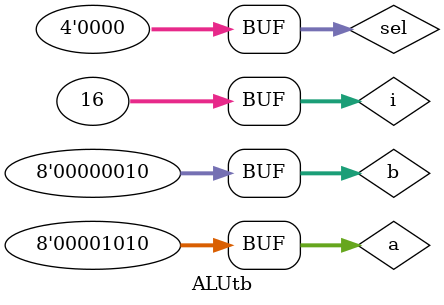
<source format=v>
`timescale 1ns / 1ps


module ALUtb();
reg [7:0]a,b;
reg [3:0]sel;

wire [7:0]out;
wire Carryout;
integer i;

ALU dut(.a(a),.b(b),.out(out),.sel(sel),.Carryout(Carryout));

initial begin

      a = 8'h0A;
      b = 4'h02;
      sel = 4'h0;
      
      for (i=0;i<=15;i=i+1)
      begin
       sel = sel + 8'h01;
       #10;
      end;
      end
      
      
   /*   
          initial begin
        // Initialize inputs
        a = 8'hF6;  // Example value: 246 in hex
        b = 8'h0A;  // Example value: 10 in hex
        sel = 4'h0; // Start with the first operation

        // Test each operation for sel = 0 to sel = 15
        for (i = 0; i < 16; i = i + 1) begin
            sel = i;            // Set sel to current operation
            #10;                // Wait for 10 time units
            $display("sel = %b, a = %h, b = %h, out = %h, Carryout = %b", sel, a, b, out, Carryout);
        end

        // Test case to avoid division by zero
        a = 8'h10;  // Example value
        b = 8'h00;  // Division by zero test
        sel = 4'b0011; // Division operation
        #10;
        $display("sel = %b (Division by zero case), a = %h, b = %h, out = %h, Carryout = %b", sel, a, b, out, Carryout);

        // Test case where a = b for comparison operations
        a = 8'h0A;  // Example value
        b = 8'h0A;  // Same value
        sel = 4'b1111; // Equality operation
        #10;
        $display("sel = %b (Equality case), a = %h, b = %h, out = %h, Carryout = %b", sel, a, b, out, Carryout);

        $finish; // End the simulation
        
    end
    */

endmodule

</source>
